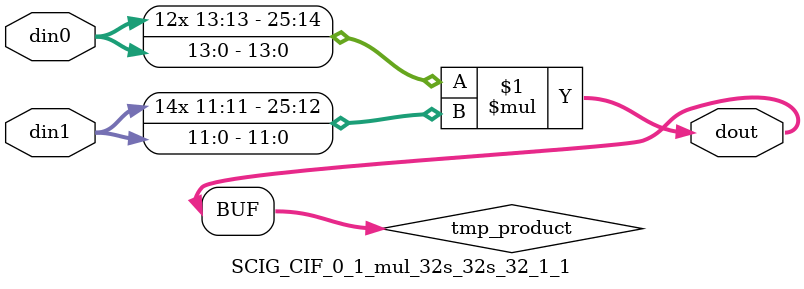
<source format=v>

`timescale 1 ns / 1 ps

  (* use_dsp = "no" *)  module SCIG_CIF_0_1_mul_32s_32s_32_1_1(din0, din1, dout);
parameter ID = 1;
parameter NUM_STAGE = 0;
parameter din0_WIDTH = 14;
parameter din1_WIDTH = 12;
parameter dout_WIDTH = 26;

input [din0_WIDTH - 1 : 0] din0; 
input [din1_WIDTH - 1 : 0] din1; 
output [dout_WIDTH - 1 : 0] dout;

wire signed [dout_WIDTH - 1 : 0] tmp_product;













assign tmp_product = $signed(din0) * $signed(din1);








assign dout = tmp_product;







endmodule

</source>
